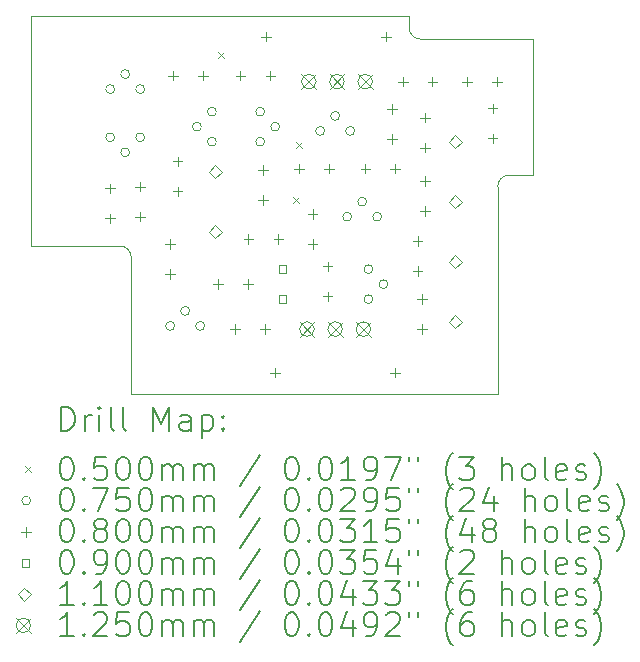
<source format=gbr>
%FSLAX45Y45*%
G04 Gerber Fmt 4.5, Leading zero omitted, Abs format (unit mm)*
G04 Created by KiCad (PCBNEW 6.0.2+dfsg-1) date 2023-01-26 19:34:11*
%MOMM*%
%LPD*%
G01*
G04 APERTURE LIST*
%TA.AperFunction,Profile*%
%ADD10C,0.050000*%
%TD*%
%ADD11C,0.200000*%
%ADD12C,0.050000*%
%ADD13C,0.075000*%
%ADD14C,0.080000*%
%ADD15C,0.090000*%
%ADD16C,0.110000*%
%ADD17C,0.124968*%
G04 APERTURE END LIST*
D10*
X14150000Y-11150000D02*
X17250000Y-11150000D01*
X14150000Y-10000000D02*
G75*
G03*
X14050000Y-9900000I-100000J0D01*
G01*
X17350000Y-9300000D02*
G75*
G03*
X17250000Y-9400000I0J-100000D01*
G01*
X14150000Y-10000000D02*
X14150000Y-11150000D01*
X13300000Y-9900000D02*
X13300000Y-7950200D01*
X17550000Y-9300000D02*
X17350000Y-9300000D01*
X17250000Y-11150000D02*
X17250000Y-9400000D01*
X16500000Y-8050000D02*
G75*
G03*
X16600000Y-8150000I100000J0D01*
G01*
X16500000Y-8050000D02*
X16500000Y-7950200D01*
X17550000Y-8150000D02*
X16600000Y-8150000D01*
X14050000Y-9900000D02*
X13300000Y-9900000D01*
X17550000Y-9300000D02*
X17550000Y-8150000D01*
X16500000Y-7950200D02*
X13300000Y-7950200D01*
D11*
D12*
X14884800Y-8255400D02*
X14934800Y-8305400D01*
X14934800Y-8255400D02*
X14884800Y-8305400D01*
X15519800Y-9484432D02*
X15569800Y-9534432D01*
X15569800Y-9484432D02*
X15519800Y-9534432D01*
X15545200Y-9017400D02*
X15595200Y-9067400D01*
X15595200Y-9017400D02*
X15545200Y-9067400D01*
D13*
X14007500Y-8572500D02*
G75*
G03*
X14007500Y-8572500I-37500J0D01*
G01*
X14007500Y-8981000D02*
G75*
G03*
X14007500Y-8981000I-37500J0D01*
G01*
X14134500Y-8445500D02*
G75*
G03*
X14134500Y-8445500I-37500J0D01*
G01*
X14134500Y-9108000D02*
G75*
G03*
X14134500Y-9108000I-37500J0D01*
G01*
X14261500Y-8572500D02*
G75*
G03*
X14261500Y-8572500I-37500J0D01*
G01*
X14261500Y-8981000D02*
G75*
G03*
X14261500Y-8981000I-37500J0D01*
G01*
X14515500Y-10577000D02*
G75*
G03*
X14515500Y-10577000I-37500J0D01*
G01*
X14642500Y-10450000D02*
G75*
G03*
X14642500Y-10450000I-37500J0D01*
G01*
X14742000Y-8890000D02*
G75*
G03*
X14742000Y-8890000I-37500J0D01*
G01*
X14769500Y-10577000D02*
G75*
G03*
X14769500Y-10577000I-37500J0D01*
G01*
X14869000Y-8763000D02*
G75*
G03*
X14869000Y-8763000I-37500J0D01*
G01*
X14869000Y-9017000D02*
G75*
G03*
X14869000Y-9017000I-37500J0D01*
G01*
X15277500Y-8763000D02*
G75*
G03*
X15277500Y-8763000I-37500J0D01*
G01*
X15277500Y-9017000D02*
G75*
G03*
X15277500Y-9017000I-37500J0D01*
G01*
X15404500Y-8890000D02*
G75*
G03*
X15404500Y-8890000I-37500J0D01*
G01*
X15785500Y-8926000D02*
G75*
G03*
X15785500Y-8926000I-37500J0D01*
G01*
X15912500Y-8799000D02*
G75*
G03*
X15912500Y-8799000I-37500J0D01*
G01*
X16014100Y-9652000D02*
G75*
G03*
X16014100Y-9652000I-37500J0D01*
G01*
X16039500Y-8926000D02*
G75*
G03*
X16039500Y-8926000I-37500J0D01*
G01*
X16141100Y-9525000D02*
G75*
G03*
X16141100Y-9525000I-37500J0D01*
G01*
X16194000Y-10096500D02*
G75*
G03*
X16194000Y-10096500I-37500J0D01*
G01*
X16194000Y-10350500D02*
G75*
G03*
X16194000Y-10350500I-37500J0D01*
G01*
X16268100Y-9652000D02*
G75*
G03*
X16268100Y-9652000I-37500J0D01*
G01*
X16321000Y-10223500D02*
G75*
G03*
X16321000Y-10223500I-37500J0D01*
G01*
D14*
X13970000Y-9373569D02*
X13970000Y-9453569D01*
X13930000Y-9413569D02*
X14010000Y-9413569D01*
X13970000Y-9627569D02*
X13970000Y-9707569D01*
X13930000Y-9667569D02*
X14010000Y-9667569D01*
X14224000Y-9358000D02*
X14224000Y-9438000D01*
X14184000Y-9398000D02*
X14264000Y-9398000D01*
X14224000Y-9612000D02*
X14224000Y-9692000D01*
X14184000Y-9652000D02*
X14264000Y-9652000D01*
X14478000Y-9843500D02*
X14478000Y-9923500D01*
X14438000Y-9883500D02*
X14518000Y-9883500D01*
X14478000Y-10097500D02*
X14478000Y-10177500D01*
X14438000Y-10137500D02*
X14518000Y-10137500D01*
X14500500Y-8418200D02*
X14500500Y-8498200D01*
X14460500Y-8458200D02*
X14540500Y-8458200D01*
X14541500Y-9145000D02*
X14541500Y-9225000D01*
X14501500Y-9185000D02*
X14581500Y-9185000D01*
X14541500Y-9399000D02*
X14541500Y-9479000D01*
X14501500Y-9439000D02*
X14581500Y-9439000D01*
X14754500Y-8418200D02*
X14754500Y-8498200D01*
X14714500Y-8458200D02*
X14794500Y-8458200D01*
X14881500Y-10183500D02*
X14881500Y-10263500D01*
X14841500Y-10223500D02*
X14921500Y-10223500D01*
X15027000Y-10564500D02*
X15027000Y-10644500D01*
X14987000Y-10604500D02*
X15067000Y-10604500D01*
X15072031Y-8418200D02*
X15072031Y-8498200D01*
X15032031Y-8458200D02*
X15112031Y-8458200D01*
X15135500Y-10183500D02*
X15135500Y-10263500D01*
X15095500Y-10223500D02*
X15175500Y-10223500D01*
X15140500Y-9802500D02*
X15140500Y-9882500D01*
X15100500Y-9842500D02*
X15180500Y-9842500D01*
X15265400Y-9215432D02*
X15265400Y-9295432D01*
X15225400Y-9255432D02*
X15305400Y-9255432D01*
X15265400Y-9469432D02*
X15265400Y-9549432D01*
X15225400Y-9509432D02*
X15305400Y-9509432D01*
X15281000Y-10564500D02*
X15281000Y-10644500D01*
X15241000Y-10604500D02*
X15321000Y-10604500D01*
X15290800Y-8088000D02*
X15290800Y-8168000D01*
X15250800Y-8128000D02*
X15330800Y-8128000D01*
X15326031Y-8418200D02*
X15326031Y-8498200D01*
X15286031Y-8458200D02*
X15366031Y-8458200D01*
X15367000Y-10932800D02*
X15367000Y-11012800D01*
X15327000Y-10972800D02*
X15407000Y-10972800D01*
X15394500Y-9802500D02*
X15394500Y-9882500D01*
X15354500Y-9842500D02*
X15434500Y-9842500D01*
X15570200Y-9205600D02*
X15570200Y-9285600D01*
X15530200Y-9245600D02*
X15610200Y-9245600D01*
X15684500Y-9589500D02*
X15684500Y-9669500D01*
X15644500Y-9629500D02*
X15724500Y-9629500D01*
X15684500Y-9843500D02*
X15684500Y-9923500D01*
X15644500Y-9883500D02*
X15724500Y-9883500D01*
X15811500Y-10034000D02*
X15811500Y-10114000D01*
X15771500Y-10074000D02*
X15851500Y-10074000D01*
X15811500Y-10288000D02*
X15811500Y-10368000D01*
X15771500Y-10328000D02*
X15851500Y-10328000D01*
X15824200Y-9205600D02*
X15824200Y-9285600D01*
X15784200Y-9245600D02*
X15864200Y-9245600D01*
X16131000Y-9205600D02*
X16131000Y-9285600D01*
X16091000Y-9245600D02*
X16171000Y-9245600D01*
X16306800Y-8088000D02*
X16306800Y-8168000D01*
X16266800Y-8128000D02*
X16346800Y-8128000D01*
X16357600Y-8700500D02*
X16357600Y-8780500D01*
X16317600Y-8740500D02*
X16397600Y-8740500D01*
X16357600Y-8954500D02*
X16357600Y-9034500D01*
X16317600Y-8994500D02*
X16397600Y-8994500D01*
X16381000Y-9205600D02*
X16381000Y-9285600D01*
X16341000Y-9245600D02*
X16421000Y-9245600D01*
X16383000Y-10932800D02*
X16383000Y-11012800D01*
X16343000Y-10972800D02*
X16423000Y-10972800D01*
X16448500Y-8469000D02*
X16448500Y-8549000D01*
X16408500Y-8509000D02*
X16488500Y-8509000D01*
X16573500Y-9818100D02*
X16573500Y-9898100D01*
X16533500Y-9858100D02*
X16613500Y-9858100D01*
X16573500Y-10072100D02*
X16573500Y-10152100D01*
X16533500Y-10112100D02*
X16613500Y-10112100D01*
X16611600Y-10310500D02*
X16611600Y-10390500D01*
X16571600Y-10350500D02*
X16651600Y-10350500D01*
X16611600Y-10564500D02*
X16611600Y-10644500D01*
X16571600Y-10604500D02*
X16651600Y-10604500D01*
X16637000Y-8773800D02*
X16637000Y-8853800D01*
X16597000Y-8813800D02*
X16677000Y-8813800D01*
X16637000Y-9027800D02*
X16637000Y-9107800D01*
X16597000Y-9067800D02*
X16677000Y-9067800D01*
X16637000Y-9310069D02*
X16637000Y-9390069D01*
X16597000Y-9350069D02*
X16677000Y-9350069D01*
X16637000Y-9564069D02*
X16637000Y-9644069D01*
X16597000Y-9604069D02*
X16677000Y-9604069D01*
X16698500Y-8469000D02*
X16698500Y-8549000D01*
X16658500Y-8509000D02*
X16738500Y-8509000D01*
X16989700Y-8469000D02*
X16989700Y-8549000D01*
X16949700Y-8509000D02*
X17029700Y-8509000D01*
X17208500Y-8694700D02*
X17208500Y-8774700D01*
X17168500Y-8734700D02*
X17248500Y-8734700D01*
X17208500Y-8948700D02*
X17208500Y-9028700D01*
X17168500Y-8988700D02*
X17248500Y-8988700D01*
X17243700Y-8469000D02*
X17243700Y-8549000D01*
X17203700Y-8509000D02*
X17283700Y-8509000D01*
D15*
X15462320Y-10128320D02*
X15462320Y-10064680D01*
X15398680Y-10064680D01*
X15398680Y-10128320D01*
X15462320Y-10128320D01*
X15462320Y-10382320D02*
X15462320Y-10318680D01*
X15398680Y-10318680D01*
X15398680Y-10382320D01*
X15462320Y-10382320D01*
D16*
X14859000Y-9326000D02*
X14914000Y-9271000D01*
X14859000Y-9216000D01*
X14804000Y-9271000D01*
X14859000Y-9326000D01*
X14859000Y-9834000D02*
X14914000Y-9779000D01*
X14859000Y-9724000D01*
X14804000Y-9779000D01*
X14859000Y-9834000D01*
X16891000Y-9072000D02*
X16946000Y-9017000D01*
X16891000Y-8962000D01*
X16836000Y-9017000D01*
X16891000Y-9072000D01*
X16891000Y-9580000D02*
X16946000Y-9525000D01*
X16891000Y-9470000D01*
X16836000Y-9525000D01*
X16891000Y-9580000D01*
X16891000Y-10088000D02*
X16946000Y-10033000D01*
X16891000Y-9978000D01*
X16836000Y-10033000D01*
X16891000Y-10088000D01*
X16891000Y-10596000D02*
X16946000Y-10541000D01*
X16891000Y-10486000D01*
X16836000Y-10541000D01*
X16891000Y-10596000D01*
D17*
X15573756Y-10542016D02*
X15698724Y-10666984D01*
X15698724Y-10542016D02*
X15573756Y-10666984D01*
X15698724Y-10604500D02*
G75*
G03*
X15698724Y-10604500I-62484J0D01*
G01*
X15588996Y-8446516D02*
X15713964Y-8571484D01*
X15713964Y-8446516D02*
X15588996Y-8571484D01*
X15713964Y-8509000D02*
G75*
G03*
X15713964Y-8509000I-62484J0D01*
G01*
X15812516Y-10542016D02*
X15937484Y-10666984D01*
X15937484Y-10542016D02*
X15812516Y-10666984D01*
X15937484Y-10604500D02*
G75*
G03*
X15937484Y-10604500I-62484J0D01*
G01*
X15827756Y-8446516D02*
X15952724Y-8571484D01*
X15952724Y-8446516D02*
X15827756Y-8571484D01*
X15952724Y-8509000D02*
G75*
G03*
X15952724Y-8509000I-62484J0D01*
G01*
X16051276Y-10542016D02*
X16176244Y-10666984D01*
X16176244Y-10542016D02*
X16051276Y-10666984D01*
X16176244Y-10604500D02*
G75*
G03*
X16176244Y-10604500I-62484J0D01*
G01*
X16066516Y-8446516D02*
X16191484Y-8571484D01*
X16191484Y-8446516D02*
X16066516Y-8571484D01*
X16191484Y-8509000D02*
G75*
G03*
X16191484Y-8509000I-62484J0D01*
G01*
D11*
X13555119Y-11462976D02*
X13555119Y-11262976D01*
X13602738Y-11262976D01*
X13631309Y-11272500D01*
X13650357Y-11291548D01*
X13659881Y-11310595D01*
X13669405Y-11348690D01*
X13669405Y-11377262D01*
X13659881Y-11415357D01*
X13650357Y-11434405D01*
X13631309Y-11453452D01*
X13602738Y-11462976D01*
X13555119Y-11462976D01*
X13755119Y-11462976D02*
X13755119Y-11329643D01*
X13755119Y-11367738D02*
X13764643Y-11348690D01*
X13774167Y-11339167D01*
X13793214Y-11329643D01*
X13812262Y-11329643D01*
X13878928Y-11462976D02*
X13878928Y-11329643D01*
X13878928Y-11262976D02*
X13869405Y-11272500D01*
X13878928Y-11282024D01*
X13888452Y-11272500D01*
X13878928Y-11262976D01*
X13878928Y-11282024D01*
X14002738Y-11462976D02*
X13983690Y-11453452D01*
X13974167Y-11434405D01*
X13974167Y-11262976D01*
X14107500Y-11462976D02*
X14088452Y-11453452D01*
X14078928Y-11434405D01*
X14078928Y-11262976D01*
X14336071Y-11462976D02*
X14336071Y-11262976D01*
X14402738Y-11405833D01*
X14469405Y-11262976D01*
X14469405Y-11462976D01*
X14650357Y-11462976D02*
X14650357Y-11358214D01*
X14640833Y-11339167D01*
X14621786Y-11329643D01*
X14583690Y-11329643D01*
X14564643Y-11339167D01*
X14650357Y-11453452D02*
X14631309Y-11462976D01*
X14583690Y-11462976D01*
X14564643Y-11453452D01*
X14555119Y-11434405D01*
X14555119Y-11415357D01*
X14564643Y-11396309D01*
X14583690Y-11386786D01*
X14631309Y-11386786D01*
X14650357Y-11377262D01*
X14745595Y-11329643D02*
X14745595Y-11529643D01*
X14745595Y-11339167D02*
X14764643Y-11329643D01*
X14802738Y-11329643D01*
X14821786Y-11339167D01*
X14831309Y-11348690D01*
X14840833Y-11367738D01*
X14840833Y-11424881D01*
X14831309Y-11443928D01*
X14821786Y-11453452D01*
X14802738Y-11462976D01*
X14764643Y-11462976D01*
X14745595Y-11453452D01*
X14926548Y-11443928D02*
X14936071Y-11453452D01*
X14926548Y-11462976D01*
X14917024Y-11453452D01*
X14926548Y-11443928D01*
X14926548Y-11462976D01*
X14926548Y-11339167D02*
X14936071Y-11348690D01*
X14926548Y-11358214D01*
X14917024Y-11348690D01*
X14926548Y-11339167D01*
X14926548Y-11358214D01*
D12*
X13247500Y-11767500D02*
X13297500Y-11817500D01*
X13297500Y-11767500D02*
X13247500Y-11817500D01*
D11*
X13593214Y-11682976D02*
X13612262Y-11682976D01*
X13631309Y-11692500D01*
X13640833Y-11702024D01*
X13650357Y-11721071D01*
X13659881Y-11759167D01*
X13659881Y-11806786D01*
X13650357Y-11844881D01*
X13640833Y-11863928D01*
X13631309Y-11873452D01*
X13612262Y-11882976D01*
X13593214Y-11882976D01*
X13574167Y-11873452D01*
X13564643Y-11863928D01*
X13555119Y-11844881D01*
X13545595Y-11806786D01*
X13545595Y-11759167D01*
X13555119Y-11721071D01*
X13564643Y-11702024D01*
X13574167Y-11692500D01*
X13593214Y-11682976D01*
X13745595Y-11863928D02*
X13755119Y-11873452D01*
X13745595Y-11882976D01*
X13736071Y-11873452D01*
X13745595Y-11863928D01*
X13745595Y-11882976D01*
X13936071Y-11682976D02*
X13840833Y-11682976D01*
X13831309Y-11778214D01*
X13840833Y-11768690D01*
X13859881Y-11759167D01*
X13907500Y-11759167D01*
X13926548Y-11768690D01*
X13936071Y-11778214D01*
X13945595Y-11797262D01*
X13945595Y-11844881D01*
X13936071Y-11863928D01*
X13926548Y-11873452D01*
X13907500Y-11882976D01*
X13859881Y-11882976D01*
X13840833Y-11873452D01*
X13831309Y-11863928D01*
X14069405Y-11682976D02*
X14088452Y-11682976D01*
X14107500Y-11692500D01*
X14117024Y-11702024D01*
X14126548Y-11721071D01*
X14136071Y-11759167D01*
X14136071Y-11806786D01*
X14126548Y-11844881D01*
X14117024Y-11863928D01*
X14107500Y-11873452D01*
X14088452Y-11882976D01*
X14069405Y-11882976D01*
X14050357Y-11873452D01*
X14040833Y-11863928D01*
X14031309Y-11844881D01*
X14021786Y-11806786D01*
X14021786Y-11759167D01*
X14031309Y-11721071D01*
X14040833Y-11702024D01*
X14050357Y-11692500D01*
X14069405Y-11682976D01*
X14259881Y-11682976D02*
X14278928Y-11682976D01*
X14297976Y-11692500D01*
X14307500Y-11702024D01*
X14317024Y-11721071D01*
X14326548Y-11759167D01*
X14326548Y-11806786D01*
X14317024Y-11844881D01*
X14307500Y-11863928D01*
X14297976Y-11873452D01*
X14278928Y-11882976D01*
X14259881Y-11882976D01*
X14240833Y-11873452D01*
X14231309Y-11863928D01*
X14221786Y-11844881D01*
X14212262Y-11806786D01*
X14212262Y-11759167D01*
X14221786Y-11721071D01*
X14231309Y-11702024D01*
X14240833Y-11692500D01*
X14259881Y-11682976D01*
X14412262Y-11882976D02*
X14412262Y-11749643D01*
X14412262Y-11768690D02*
X14421786Y-11759167D01*
X14440833Y-11749643D01*
X14469405Y-11749643D01*
X14488452Y-11759167D01*
X14497976Y-11778214D01*
X14497976Y-11882976D01*
X14497976Y-11778214D02*
X14507500Y-11759167D01*
X14526548Y-11749643D01*
X14555119Y-11749643D01*
X14574167Y-11759167D01*
X14583690Y-11778214D01*
X14583690Y-11882976D01*
X14678928Y-11882976D02*
X14678928Y-11749643D01*
X14678928Y-11768690D02*
X14688452Y-11759167D01*
X14707500Y-11749643D01*
X14736071Y-11749643D01*
X14755119Y-11759167D01*
X14764643Y-11778214D01*
X14764643Y-11882976D01*
X14764643Y-11778214D02*
X14774167Y-11759167D01*
X14793214Y-11749643D01*
X14821786Y-11749643D01*
X14840833Y-11759167D01*
X14850357Y-11778214D01*
X14850357Y-11882976D01*
X15240833Y-11673452D02*
X15069405Y-11930595D01*
X15497976Y-11682976D02*
X15517024Y-11682976D01*
X15536071Y-11692500D01*
X15545595Y-11702024D01*
X15555119Y-11721071D01*
X15564643Y-11759167D01*
X15564643Y-11806786D01*
X15555119Y-11844881D01*
X15545595Y-11863928D01*
X15536071Y-11873452D01*
X15517024Y-11882976D01*
X15497976Y-11882976D01*
X15478928Y-11873452D01*
X15469405Y-11863928D01*
X15459881Y-11844881D01*
X15450357Y-11806786D01*
X15450357Y-11759167D01*
X15459881Y-11721071D01*
X15469405Y-11702024D01*
X15478928Y-11692500D01*
X15497976Y-11682976D01*
X15650357Y-11863928D02*
X15659881Y-11873452D01*
X15650357Y-11882976D01*
X15640833Y-11873452D01*
X15650357Y-11863928D01*
X15650357Y-11882976D01*
X15783690Y-11682976D02*
X15802738Y-11682976D01*
X15821786Y-11692500D01*
X15831309Y-11702024D01*
X15840833Y-11721071D01*
X15850357Y-11759167D01*
X15850357Y-11806786D01*
X15840833Y-11844881D01*
X15831309Y-11863928D01*
X15821786Y-11873452D01*
X15802738Y-11882976D01*
X15783690Y-11882976D01*
X15764643Y-11873452D01*
X15755119Y-11863928D01*
X15745595Y-11844881D01*
X15736071Y-11806786D01*
X15736071Y-11759167D01*
X15745595Y-11721071D01*
X15755119Y-11702024D01*
X15764643Y-11692500D01*
X15783690Y-11682976D01*
X16040833Y-11882976D02*
X15926548Y-11882976D01*
X15983690Y-11882976D02*
X15983690Y-11682976D01*
X15964643Y-11711548D01*
X15945595Y-11730595D01*
X15926548Y-11740119D01*
X16136071Y-11882976D02*
X16174167Y-11882976D01*
X16193214Y-11873452D01*
X16202738Y-11863928D01*
X16221786Y-11835357D01*
X16231309Y-11797262D01*
X16231309Y-11721071D01*
X16221786Y-11702024D01*
X16212262Y-11692500D01*
X16193214Y-11682976D01*
X16155119Y-11682976D01*
X16136071Y-11692500D01*
X16126548Y-11702024D01*
X16117024Y-11721071D01*
X16117024Y-11768690D01*
X16126548Y-11787738D01*
X16136071Y-11797262D01*
X16155119Y-11806786D01*
X16193214Y-11806786D01*
X16212262Y-11797262D01*
X16221786Y-11787738D01*
X16231309Y-11768690D01*
X16297976Y-11682976D02*
X16431309Y-11682976D01*
X16345595Y-11882976D01*
X16497976Y-11682976D02*
X16497976Y-11721071D01*
X16574167Y-11682976D02*
X16574167Y-11721071D01*
X16869405Y-11959167D02*
X16859881Y-11949643D01*
X16840833Y-11921071D01*
X16831310Y-11902024D01*
X16821786Y-11873452D01*
X16812262Y-11825833D01*
X16812262Y-11787738D01*
X16821786Y-11740119D01*
X16831310Y-11711548D01*
X16840833Y-11692500D01*
X16859881Y-11663928D01*
X16869405Y-11654405D01*
X16926548Y-11682976D02*
X17050357Y-11682976D01*
X16983690Y-11759167D01*
X17012262Y-11759167D01*
X17031310Y-11768690D01*
X17040833Y-11778214D01*
X17050357Y-11797262D01*
X17050357Y-11844881D01*
X17040833Y-11863928D01*
X17031310Y-11873452D01*
X17012262Y-11882976D01*
X16955119Y-11882976D01*
X16936071Y-11873452D01*
X16926548Y-11863928D01*
X17288452Y-11882976D02*
X17288452Y-11682976D01*
X17374167Y-11882976D02*
X17374167Y-11778214D01*
X17364643Y-11759167D01*
X17345595Y-11749643D01*
X17317024Y-11749643D01*
X17297976Y-11759167D01*
X17288452Y-11768690D01*
X17497976Y-11882976D02*
X17478929Y-11873452D01*
X17469405Y-11863928D01*
X17459881Y-11844881D01*
X17459881Y-11787738D01*
X17469405Y-11768690D01*
X17478929Y-11759167D01*
X17497976Y-11749643D01*
X17526548Y-11749643D01*
X17545595Y-11759167D01*
X17555119Y-11768690D01*
X17564643Y-11787738D01*
X17564643Y-11844881D01*
X17555119Y-11863928D01*
X17545595Y-11873452D01*
X17526548Y-11882976D01*
X17497976Y-11882976D01*
X17678929Y-11882976D02*
X17659881Y-11873452D01*
X17650357Y-11854405D01*
X17650357Y-11682976D01*
X17831310Y-11873452D02*
X17812262Y-11882976D01*
X17774167Y-11882976D01*
X17755119Y-11873452D01*
X17745595Y-11854405D01*
X17745595Y-11778214D01*
X17755119Y-11759167D01*
X17774167Y-11749643D01*
X17812262Y-11749643D01*
X17831310Y-11759167D01*
X17840833Y-11778214D01*
X17840833Y-11797262D01*
X17745595Y-11816309D01*
X17917024Y-11873452D02*
X17936071Y-11882976D01*
X17974167Y-11882976D01*
X17993214Y-11873452D01*
X18002738Y-11854405D01*
X18002738Y-11844881D01*
X17993214Y-11825833D01*
X17974167Y-11816309D01*
X17945595Y-11816309D01*
X17926548Y-11806786D01*
X17917024Y-11787738D01*
X17917024Y-11778214D01*
X17926548Y-11759167D01*
X17945595Y-11749643D01*
X17974167Y-11749643D01*
X17993214Y-11759167D01*
X18069405Y-11959167D02*
X18078929Y-11949643D01*
X18097976Y-11921071D01*
X18107500Y-11902024D01*
X18117024Y-11873452D01*
X18126548Y-11825833D01*
X18126548Y-11787738D01*
X18117024Y-11740119D01*
X18107500Y-11711548D01*
X18097976Y-11692500D01*
X18078929Y-11663928D01*
X18069405Y-11654405D01*
D13*
X13297500Y-12056500D02*
G75*
G03*
X13297500Y-12056500I-37500J0D01*
G01*
D11*
X13593214Y-11946976D02*
X13612262Y-11946976D01*
X13631309Y-11956500D01*
X13640833Y-11966024D01*
X13650357Y-11985071D01*
X13659881Y-12023167D01*
X13659881Y-12070786D01*
X13650357Y-12108881D01*
X13640833Y-12127928D01*
X13631309Y-12137452D01*
X13612262Y-12146976D01*
X13593214Y-12146976D01*
X13574167Y-12137452D01*
X13564643Y-12127928D01*
X13555119Y-12108881D01*
X13545595Y-12070786D01*
X13545595Y-12023167D01*
X13555119Y-11985071D01*
X13564643Y-11966024D01*
X13574167Y-11956500D01*
X13593214Y-11946976D01*
X13745595Y-12127928D02*
X13755119Y-12137452D01*
X13745595Y-12146976D01*
X13736071Y-12137452D01*
X13745595Y-12127928D01*
X13745595Y-12146976D01*
X13821786Y-11946976D02*
X13955119Y-11946976D01*
X13869405Y-12146976D01*
X14126548Y-11946976D02*
X14031309Y-11946976D01*
X14021786Y-12042214D01*
X14031309Y-12032690D01*
X14050357Y-12023167D01*
X14097976Y-12023167D01*
X14117024Y-12032690D01*
X14126548Y-12042214D01*
X14136071Y-12061262D01*
X14136071Y-12108881D01*
X14126548Y-12127928D01*
X14117024Y-12137452D01*
X14097976Y-12146976D01*
X14050357Y-12146976D01*
X14031309Y-12137452D01*
X14021786Y-12127928D01*
X14259881Y-11946976D02*
X14278928Y-11946976D01*
X14297976Y-11956500D01*
X14307500Y-11966024D01*
X14317024Y-11985071D01*
X14326548Y-12023167D01*
X14326548Y-12070786D01*
X14317024Y-12108881D01*
X14307500Y-12127928D01*
X14297976Y-12137452D01*
X14278928Y-12146976D01*
X14259881Y-12146976D01*
X14240833Y-12137452D01*
X14231309Y-12127928D01*
X14221786Y-12108881D01*
X14212262Y-12070786D01*
X14212262Y-12023167D01*
X14221786Y-11985071D01*
X14231309Y-11966024D01*
X14240833Y-11956500D01*
X14259881Y-11946976D01*
X14412262Y-12146976D02*
X14412262Y-12013643D01*
X14412262Y-12032690D02*
X14421786Y-12023167D01*
X14440833Y-12013643D01*
X14469405Y-12013643D01*
X14488452Y-12023167D01*
X14497976Y-12042214D01*
X14497976Y-12146976D01*
X14497976Y-12042214D02*
X14507500Y-12023167D01*
X14526548Y-12013643D01*
X14555119Y-12013643D01*
X14574167Y-12023167D01*
X14583690Y-12042214D01*
X14583690Y-12146976D01*
X14678928Y-12146976D02*
X14678928Y-12013643D01*
X14678928Y-12032690D02*
X14688452Y-12023167D01*
X14707500Y-12013643D01*
X14736071Y-12013643D01*
X14755119Y-12023167D01*
X14764643Y-12042214D01*
X14764643Y-12146976D01*
X14764643Y-12042214D02*
X14774167Y-12023167D01*
X14793214Y-12013643D01*
X14821786Y-12013643D01*
X14840833Y-12023167D01*
X14850357Y-12042214D01*
X14850357Y-12146976D01*
X15240833Y-11937452D02*
X15069405Y-12194595D01*
X15497976Y-11946976D02*
X15517024Y-11946976D01*
X15536071Y-11956500D01*
X15545595Y-11966024D01*
X15555119Y-11985071D01*
X15564643Y-12023167D01*
X15564643Y-12070786D01*
X15555119Y-12108881D01*
X15545595Y-12127928D01*
X15536071Y-12137452D01*
X15517024Y-12146976D01*
X15497976Y-12146976D01*
X15478928Y-12137452D01*
X15469405Y-12127928D01*
X15459881Y-12108881D01*
X15450357Y-12070786D01*
X15450357Y-12023167D01*
X15459881Y-11985071D01*
X15469405Y-11966024D01*
X15478928Y-11956500D01*
X15497976Y-11946976D01*
X15650357Y-12127928D02*
X15659881Y-12137452D01*
X15650357Y-12146976D01*
X15640833Y-12137452D01*
X15650357Y-12127928D01*
X15650357Y-12146976D01*
X15783690Y-11946976D02*
X15802738Y-11946976D01*
X15821786Y-11956500D01*
X15831309Y-11966024D01*
X15840833Y-11985071D01*
X15850357Y-12023167D01*
X15850357Y-12070786D01*
X15840833Y-12108881D01*
X15831309Y-12127928D01*
X15821786Y-12137452D01*
X15802738Y-12146976D01*
X15783690Y-12146976D01*
X15764643Y-12137452D01*
X15755119Y-12127928D01*
X15745595Y-12108881D01*
X15736071Y-12070786D01*
X15736071Y-12023167D01*
X15745595Y-11985071D01*
X15755119Y-11966024D01*
X15764643Y-11956500D01*
X15783690Y-11946976D01*
X15926548Y-11966024D02*
X15936071Y-11956500D01*
X15955119Y-11946976D01*
X16002738Y-11946976D01*
X16021786Y-11956500D01*
X16031309Y-11966024D01*
X16040833Y-11985071D01*
X16040833Y-12004119D01*
X16031309Y-12032690D01*
X15917024Y-12146976D01*
X16040833Y-12146976D01*
X16136071Y-12146976D02*
X16174167Y-12146976D01*
X16193214Y-12137452D01*
X16202738Y-12127928D01*
X16221786Y-12099357D01*
X16231309Y-12061262D01*
X16231309Y-11985071D01*
X16221786Y-11966024D01*
X16212262Y-11956500D01*
X16193214Y-11946976D01*
X16155119Y-11946976D01*
X16136071Y-11956500D01*
X16126548Y-11966024D01*
X16117024Y-11985071D01*
X16117024Y-12032690D01*
X16126548Y-12051738D01*
X16136071Y-12061262D01*
X16155119Y-12070786D01*
X16193214Y-12070786D01*
X16212262Y-12061262D01*
X16221786Y-12051738D01*
X16231309Y-12032690D01*
X16412262Y-11946976D02*
X16317024Y-11946976D01*
X16307500Y-12042214D01*
X16317024Y-12032690D01*
X16336071Y-12023167D01*
X16383690Y-12023167D01*
X16402738Y-12032690D01*
X16412262Y-12042214D01*
X16421786Y-12061262D01*
X16421786Y-12108881D01*
X16412262Y-12127928D01*
X16402738Y-12137452D01*
X16383690Y-12146976D01*
X16336071Y-12146976D01*
X16317024Y-12137452D01*
X16307500Y-12127928D01*
X16497976Y-11946976D02*
X16497976Y-11985071D01*
X16574167Y-11946976D02*
X16574167Y-11985071D01*
X16869405Y-12223167D02*
X16859881Y-12213643D01*
X16840833Y-12185071D01*
X16831310Y-12166024D01*
X16821786Y-12137452D01*
X16812262Y-12089833D01*
X16812262Y-12051738D01*
X16821786Y-12004119D01*
X16831310Y-11975548D01*
X16840833Y-11956500D01*
X16859881Y-11927928D01*
X16869405Y-11918405D01*
X16936071Y-11966024D02*
X16945595Y-11956500D01*
X16964643Y-11946976D01*
X17012262Y-11946976D01*
X17031310Y-11956500D01*
X17040833Y-11966024D01*
X17050357Y-11985071D01*
X17050357Y-12004119D01*
X17040833Y-12032690D01*
X16926548Y-12146976D01*
X17050357Y-12146976D01*
X17221786Y-12013643D02*
X17221786Y-12146976D01*
X17174167Y-11937452D02*
X17126548Y-12080309D01*
X17250357Y-12080309D01*
X17478929Y-12146976D02*
X17478929Y-11946976D01*
X17564643Y-12146976D02*
X17564643Y-12042214D01*
X17555119Y-12023167D01*
X17536071Y-12013643D01*
X17507500Y-12013643D01*
X17488452Y-12023167D01*
X17478929Y-12032690D01*
X17688452Y-12146976D02*
X17669405Y-12137452D01*
X17659881Y-12127928D01*
X17650357Y-12108881D01*
X17650357Y-12051738D01*
X17659881Y-12032690D01*
X17669405Y-12023167D01*
X17688452Y-12013643D01*
X17717024Y-12013643D01*
X17736071Y-12023167D01*
X17745595Y-12032690D01*
X17755119Y-12051738D01*
X17755119Y-12108881D01*
X17745595Y-12127928D01*
X17736071Y-12137452D01*
X17717024Y-12146976D01*
X17688452Y-12146976D01*
X17869405Y-12146976D02*
X17850357Y-12137452D01*
X17840833Y-12118405D01*
X17840833Y-11946976D01*
X18021786Y-12137452D02*
X18002738Y-12146976D01*
X17964643Y-12146976D01*
X17945595Y-12137452D01*
X17936071Y-12118405D01*
X17936071Y-12042214D01*
X17945595Y-12023167D01*
X17964643Y-12013643D01*
X18002738Y-12013643D01*
X18021786Y-12023167D01*
X18031310Y-12042214D01*
X18031310Y-12061262D01*
X17936071Y-12080309D01*
X18107500Y-12137452D02*
X18126548Y-12146976D01*
X18164643Y-12146976D01*
X18183690Y-12137452D01*
X18193214Y-12118405D01*
X18193214Y-12108881D01*
X18183690Y-12089833D01*
X18164643Y-12080309D01*
X18136071Y-12080309D01*
X18117024Y-12070786D01*
X18107500Y-12051738D01*
X18107500Y-12042214D01*
X18117024Y-12023167D01*
X18136071Y-12013643D01*
X18164643Y-12013643D01*
X18183690Y-12023167D01*
X18259881Y-12223167D02*
X18269405Y-12213643D01*
X18288452Y-12185071D01*
X18297976Y-12166024D01*
X18307500Y-12137452D01*
X18317024Y-12089833D01*
X18317024Y-12051738D01*
X18307500Y-12004119D01*
X18297976Y-11975548D01*
X18288452Y-11956500D01*
X18269405Y-11927928D01*
X18259881Y-11918405D01*
D14*
X13257500Y-12280500D02*
X13257500Y-12360500D01*
X13217500Y-12320500D02*
X13297500Y-12320500D01*
D11*
X13593214Y-12210976D02*
X13612262Y-12210976D01*
X13631309Y-12220500D01*
X13640833Y-12230024D01*
X13650357Y-12249071D01*
X13659881Y-12287167D01*
X13659881Y-12334786D01*
X13650357Y-12372881D01*
X13640833Y-12391928D01*
X13631309Y-12401452D01*
X13612262Y-12410976D01*
X13593214Y-12410976D01*
X13574167Y-12401452D01*
X13564643Y-12391928D01*
X13555119Y-12372881D01*
X13545595Y-12334786D01*
X13545595Y-12287167D01*
X13555119Y-12249071D01*
X13564643Y-12230024D01*
X13574167Y-12220500D01*
X13593214Y-12210976D01*
X13745595Y-12391928D02*
X13755119Y-12401452D01*
X13745595Y-12410976D01*
X13736071Y-12401452D01*
X13745595Y-12391928D01*
X13745595Y-12410976D01*
X13869405Y-12296690D02*
X13850357Y-12287167D01*
X13840833Y-12277643D01*
X13831309Y-12258595D01*
X13831309Y-12249071D01*
X13840833Y-12230024D01*
X13850357Y-12220500D01*
X13869405Y-12210976D01*
X13907500Y-12210976D01*
X13926548Y-12220500D01*
X13936071Y-12230024D01*
X13945595Y-12249071D01*
X13945595Y-12258595D01*
X13936071Y-12277643D01*
X13926548Y-12287167D01*
X13907500Y-12296690D01*
X13869405Y-12296690D01*
X13850357Y-12306214D01*
X13840833Y-12315738D01*
X13831309Y-12334786D01*
X13831309Y-12372881D01*
X13840833Y-12391928D01*
X13850357Y-12401452D01*
X13869405Y-12410976D01*
X13907500Y-12410976D01*
X13926548Y-12401452D01*
X13936071Y-12391928D01*
X13945595Y-12372881D01*
X13945595Y-12334786D01*
X13936071Y-12315738D01*
X13926548Y-12306214D01*
X13907500Y-12296690D01*
X14069405Y-12210976D02*
X14088452Y-12210976D01*
X14107500Y-12220500D01*
X14117024Y-12230024D01*
X14126548Y-12249071D01*
X14136071Y-12287167D01*
X14136071Y-12334786D01*
X14126548Y-12372881D01*
X14117024Y-12391928D01*
X14107500Y-12401452D01*
X14088452Y-12410976D01*
X14069405Y-12410976D01*
X14050357Y-12401452D01*
X14040833Y-12391928D01*
X14031309Y-12372881D01*
X14021786Y-12334786D01*
X14021786Y-12287167D01*
X14031309Y-12249071D01*
X14040833Y-12230024D01*
X14050357Y-12220500D01*
X14069405Y-12210976D01*
X14259881Y-12210976D02*
X14278928Y-12210976D01*
X14297976Y-12220500D01*
X14307500Y-12230024D01*
X14317024Y-12249071D01*
X14326548Y-12287167D01*
X14326548Y-12334786D01*
X14317024Y-12372881D01*
X14307500Y-12391928D01*
X14297976Y-12401452D01*
X14278928Y-12410976D01*
X14259881Y-12410976D01*
X14240833Y-12401452D01*
X14231309Y-12391928D01*
X14221786Y-12372881D01*
X14212262Y-12334786D01*
X14212262Y-12287167D01*
X14221786Y-12249071D01*
X14231309Y-12230024D01*
X14240833Y-12220500D01*
X14259881Y-12210976D01*
X14412262Y-12410976D02*
X14412262Y-12277643D01*
X14412262Y-12296690D02*
X14421786Y-12287167D01*
X14440833Y-12277643D01*
X14469405Y-12277643D01*
X14488452Y-12287167D01*
X14497976Y-12306214D01*
X14497976Y-12410976D01*
X14497976Y-12306214D02*
X14507500Y-12287167D01*
X14526548Y-12277643D01*
X14555119Y-12277643D01*
X14574167Y-12287167D01*
X14583690Y-12306214D01*
X14583690Y-12410976D01*
X14678928Y-12410976D02*
X14678928Y-12277643D01*
X14678928Y-12296690D02*
X14688452Y-12287167D01*
X14707500Y-12277643D01*
X14736071Y-12277643D01*
X14755119Y-12287167D01*
X14764643Y-12306214D01*
X14764643Y-12410976D01*
X14764643Y-12306214D02*
X14774167Y-12287167D01*
X14793214Y-12277643D01*
X14821786Y-12277643D01*
X14840833Y-12287167D01*
X14850357Y-12306214D01*
X14850357Y-12410976D01*
X15240833Y-12201452D02*
X15069405Y-12458595D01*
X15497976Y-12210976D02*
X15517024Y-12210976D01*
X15536071Y-12220500D01*
X15545595Y-12230024D01*
X15555119Y-12249071D01*
X15564643Y-12287167D01*
X15564643Y-12334786D01*
X15555119Y-12372881D01*
X15545595Y-12391928D01*
X15536071Y-12401452D01*
X15517024Y-12410976D01*
X15497976Y-12410976D01*
X15478928Y-12401452D01*
X15469405Y-12391928D01*
X15459881Y-12372881D01*
X15450357Y-12334786D01*
X15450357Y-12287167D01*
X15459881Y-12249071D01*
X15469405Y-12230024D01*
X15478928Y-12220500D01*
X15497976Y-12210976D01*
X15650357Y-12391928D02*
X15659881Y-12401452D01*
X15650357Y-12410976D01*
X15640833Y-12401452D01*
X15650357Y-12391928D01*
X15650357Y-12410976D01*
X15783690Y-12210976D02*
X15802738Y-12210976D01*
X15821786Y-12220500D01*
X15831309Y-12230024D01*
X15840833Y-12249071D01*
X15850357Y-12287167D01*
X15850357Y-12334786D01*
X15840833Y-12372881D01*
X15831309Y-12391928D01*
X15821786Y-12401452D01*
X15802738Y-12410976D01*
X15783690Y-12410976D01*
X15764643Y-12401452D01*
X15755119Y-12391928D01*
X15745595Y-12372881D01*
X15736071Y-12334786D01*
X15736071Y-12287167D01*
X15745595Y-12249071D01*
X15755119Y-12230024D01*
X15764643Y-12220500D01*
X15783690Y-12210976D01*
X15917024Y-12210976D02*
X16040833Y-12210976D01*
X15974167Y-12287167D01*
X16002738Y-12287167D01*
X16021786Y-12296690D01*
X16031309Y-12306214D01*
X16040833Y-12325262D01*
X16040833Y-12372881D01*
X16031309Y-12391928D01*
X16021786Y-12401452D01*
X16002738Y-12410976D01*
X15945595Y-12410976D01*
X15926548Y-12401452D01*
X15917024Y-12391928D01*
X16231309Y-12410976D02*
X16117024Y-12410976D01*
X16174167Y-12410976D02*
X16174167Y-12210976D01*
X16155119Y-12239548D01*
X16136071Y-12258595D01*
X16117024Y-12268119D01*
X16412262Y-12210976D02*
X16317024Y-12210976D01*
X16307500Y-12306214D01*
X16317024Y-12296690D01*
X16336071Y-12287167D01*
X16383690Y-12287167D01*
X16402738Y-12296690D01*
X16412262Y-12306214D01*
X16421786Y-12325262D01*
X16421786Y-12372881D01*
X16412262Y-12391928D01*
X16402738Y-12401452D01*
X16383690Y-12410976D01*
X16336071Y-12410976D01*
X16317024Y-12401452D01*
X16307500Y-12391928D01*
X16497976Y-12210976D02*
X16497976Y-12249071D01*
X16574167Y-12210976D02*
X16574167Y-12249071D01*
X16869405Y-12487167D02*
X16859881Y-12477643D01*
X16840833Y-12449071D01*
X16831310Y-12430024D01*
X16821786Y-12401452D01*
X16812262Y-12353833D01*
X16812262Y-12315738D01*
X16821786Y-12268119D01*
X16831310Y-12239548D01*
X16840833Y-12220500D01*
X16859881Y-12191928D01*
X16869405Y-12182405D01*
X17031310Y-12277643D02*
X17031310Y-12410976D01*
X16983690Y-12201452D02*
X16936071Y-12344309D01*
X17059881Y-12344309D01*
X17164643Y-12296690D02*
X17145595Y-12287167D01*
X17136071Y-12277643D01*
X17126548Y-12258595D01*
X17126548Y-12249071D01*
X17136071Y-12230024D01*
X17145595Y-12220500D01*
X17164643Y-12210976D01*
X17202738Y-12210976D01*
X17221786Y-12220500D01*
X17231310Y-12230024D01*
X17240833Y-12249071D01*
X17240833Y-12258595D01*
X17231310Y-12277643D01*
X17221786Y-12287167D01*
X17202738Y-12296690D01*
X17164643Y-12296690D01*
X17145595Y-12306214D01*
X17136071Y-12315738D01*
X17126548Y-12334786D01*
X17126548Y-12372881D01*
X17136071Y-12391928D01*
X17145595Y-12401452D01*
X17164643Y-12410976D01*
X17202738Y-12410976D01*
X17221786Y-12401452D01*
X17231310Y-12391928D01*
X17240833Y-12372881D01*
X17240833Y-12334786D01*
X17231310Y-12315738D01*
X17221786Y-12306214D01*
X17202738Y-12296690D01*
X17478929Y-12410976D02*
X17478929Y-12210976D01*
X17564643Y-12410976D02*
X17564643Y-12306214D01*
X17555119Y-12287167D01*
X17536071Y-12277643D01*
X17507500Y-12277643D01*
X17488452Y-12287167D01*
X17478929Y-12296690D01*
X17688452Y-12410976D02*
X17669405Y-12401452D01*
X17659881Y-12391928D01*
X17650357Y-12372881D01*
X17650357Y-12315738D01*
X17659881Y-12296690D01*
X17669405Y-12287167D01*
X17688452Y-12277643D01*
X17717024Y-12277643D01*
X17736071Y-12287167D01*
X17745595Y-12296690D01*
X17755119Y-12315738D01*
X17755119Y-12372881D01*
X17745595Y-12391928D01*
X17736071Y-12401452D01*
X17717024Y-12410976D01*
X17688452Y-12410976D01*
X17869405Y-12410976D02*
X17850357Y-12401452D01*
X17840833Y-12382405D01*
X17840833Y-12210976D01*
X18021786Y-12401452D02*
X18002738Y-12410976D01*
X17964643Y-12410976D01*
X17945595Y-12401452D01*
X17936071Y-12382405D01*
X17936071Y-12306214D01*
X17945595Y-12287167D01*
X17964643Y-12277643D01*
X18002738Y-12277643D01*
X18021786Y-12287167D01*
X18031310Y-12306214D01*
X18031310Y-12325262D01*
X17936071Y-12344309D01*
X18107500Y-12401452D02*
X18126548Y-12410976D01*
X18164643Y-12410976D01*
X18183690Y-12401452D01*
X18193214Y-12382405D01*
X18193214Y-12372881D01*
X18183690Y-12353833D01*
X18164643Y-12344309D01*
X18136071Y-12344309D01*
X18117024Y-12334786D01*
X18107500Y-12315738D01*
X18107500Y-12306214D01*
X18117024Y-12287167D01*
X18136071Y-12277643D01*
X18164643Y-12277643D01*
X18183690Y-12287167D01*
X18259881Y-12487167D02*
X18269405Y-12477643D01*
X18288452Y-12449071D01*
X18297976Y-12430024D01*
X18307500Y-12401452D01*
X18317024Y-12353833D01*
X18317024Y-12315738D01*
X18307500Y-12268119D01*
X18297976Y-12239548D01*
X18288452Y-12220500D01*
X18269405Y-12191928D01*
X18259881Y-12182405D01*
D15*
X13284320Y-12616320D02*
X13284320Y-12552680D01*
X13220680Y-12552680D01*
X13220680Y-12616320D01*
X13284320Y-12616320D01*
D11*
X13593214Y-12474976D02*
X13612262Y-12474976D01*
X13631309Y-12484500D01*
X13640833Y-12494024D01*
X13650357Y-12513071D01*
X13659881Y-12551167D01*
X13659881Y-12598786D01*
X13650357Y-12636881D01*
X13640833Y-12655928D01*
X13631309Y-12665452D01*
X13612262Y-12674976D01*
X13593214Y-12674976D01*
X13574167Y-12665452D01*
X13564643Y-12655928D01*
X13555119Y-12636881D01*
X13545595Y-12598786D01*
X13545595Y-12551167D01*
X13555119Y-12513071D01*
X13564643Y-12494024D01*
X13574167Y-12484500D01*
X13593214Y-12474976D01*
X13745595Y-12655928D02*
X13755119Y-12665452D01*
X13745595Y-12674976D01*
X13736071Y-12665452D01*
X13745595Y-12655928D01*
X13745595Y-12674976D01*
X13850357Y-12674976D02*
X13888452Y-12674976D01*
X13907500Y-12665452D01*
X13917024Y-12655928D01*
X13936071Y-12627357D01*
X13945595Y-12589262D01*
X13945595Y-12513071D01*
X13936071Y-12494024D01*
X13926548Y-12484500D01*
X13907500Y-12474976D01*
X13869405Y-12474976D01*
X13850357Y-12484500D01*
X13840833Y-12494024D01*
X13831309Y-12513071D01*
X13831309Y-12560690D01*
X13840833Y-12579738D01*
X13850357Y-12589262D01*
X13869405Y-12598786D01*
X13907500Y-12598786D01*
X13926548Y-12589262D01*
X13936071Y-12579738D01*
X13945595Y-12560690D01*
X14069405Y-12474976D02*
X14088452Y-12474976D01*
X14107500Y-12484500D01*
X14117024Y-12494024D01*
X14126548Y-12513071D01*
X14136071Y-12551167D01*
X14136071Y-12598786D01*
X14126548Y-12636881D01*
X14117024Y-12655928D01*
X14107500Y-12665452D01*
X14088452Y-12674976D01*
X14069405Y-12674976D01*
X14050357Y-12665452D01*
X14040833Y-12655928D01*
X14031309Y-12636881D01*
X14021786Y-12598786D01*
X14021786Y-12551167D01*
X14031309Y-12513071D01*
X14040833Y-12494024D01*
X14050357Y-12484500D01*
X14069405Y-12474976D01*
X14259881Y-12474976D02*
X14278928Y-12474976D01*
X14297976Y-12484500D01*
X14307500Y-12494024D01*
X14317024Y-12513071D01*
X14326548Y-12551167D01*
X14326548Y-12598786D01*
X14317024Y-12636881D01*
X14307500Y-12655928D01*
X14297976Y-12665452D01*
X14278928Y-12674976D01*
X14259881Y-12674976D01*
X14240833Y-12665452D01*
X14231309Y-12655928D01*
X14221786Y-12636881D01*
X14212262Y-12598786D01*
X14212262Y-12551167D01*
X14221786Y-12513071D01*
X14231309Y-12494024D01*
X14240833Y-12484500D01*
X14259881Y-12474976D01*
X14412262Y-12674976D02*
X14412262Y-12541643D01*
X14412262Y-12560690D02*
X14421786Y-12551167D01*
X14440833Y-12541643D01*
X14469405Y-12541643D01*
X14488452Y-12551167D01*
X14497976Y-12570214D01*
X14497976Y-12674976D01*
X14497976Y-12570214D02*
X14507500Y-12551167D01*
X14526548Y-12541643D01*
X14555119Y-12541643D01*
X14574167Y-12551167D01*
X14583690Y-12570214D01*
X14583690Y-12674976D01*
X14678928Y-12674976D02*
X14678928Y-12541643D01*
X14678928Y-12560690D02*
X14688452Y-12551167D01*
X14707500Y-12541643D01*
X14736071Y-12541643D01*
X14755119Y-12551167D01*
X14764643Y-12570214D01*
X14764643Y-12674976D01*
X14764643Y-12570214D02*
X14774167Y-12551167D01*
X14793214Y-12541643D01*
X14821786Y-12541643D01*
X14840833Y-12551167D01*
X14850357Y-12570214D01*
X14850357Y-12674976D01*
X15240833Y-12465452D02*
X15069405Y-12722595D01*
X15497976Y-12474976D02*
X15517024Y-12474976D01*
X15536071Y-12484500D01*
X15545595Y-12494024D01*
X15555119Y-12513071D01*
X15564643Y-12551167D01*
X15564643Y-12598786D01*
X15555119Y-12636881D01*
X15545595Y-12655928D01*
X15536071Y-12665452D01*
X15517024Y-12674976D01*
X15497976Y-12674976D01*
X15478928Y-12665452D01*
X15469405Y-12655928D01*
X15459881Y-12636881D01*
X15450357Y-12598786D01*
X15450357Y-12551167D01*
X15459881Y-12513071D01*
X15469405Y-12494024D01*
X15478928Y-12484500D01*
X15497976Y-12474976D01*
X15650357Y-12655928D02*
X15659881Y-12665452D01*
X15650357Y-12674976D01*
X15640833Y-12665452D01*
X15650357Y-12655928D01*
X15650357Y-12674976D01*
X15783690Y-12474976D02*
X15802738Y-12474976D01*
X15821786Y-12484500D01*
X15831309Y-12494024D01*
X15840833Y-12513071D01*
X15850357Y-12551167D01*
X15850357Y-12598786D01*
X15840833Y-12636881D01*
X15831309Y-12655928D01*
X15821786Y-12665452D01*
X15802738Y-12674976D01*
X15783690Y-12674976D01*
X15764643Y-12665452D01*
X15755119Y-12655928D01*
X15745595Y-12636881D01*
X15736071Y-12598786D01*
X15736071Y-12551167D01*
X15745595Y-12513071D01*
X15755119Y-12494024D01*
X15764643Y-12484500D01*
X15783690Y-12474976D01*
X15917024Y-12474976D02*
X16040833Y-12474976D01*
X15974167Y-12551167D01*
X16002738Y-12551167D01*
X16021786Y-12560690D01*
X16031309Y-12570214D01*
X16040833Y-12589262D01*
X16040833Y-12636881D01*
X16031309Y-12655928D01*
X16021786Y-12665452D01*
X16002738Y-12674976D01*
X15945595Y-12674976D01*
X15926548Y-12665452D01*
X15917024Y-12655928D01*
X16221786Y-12474976D02*
X16126548Y-12474976D01*
X16117024Y-12570214D01*
X16126548Y-12560690D01*
X16145595Y-12551167D01*
X16193214Y-12551167D01*
X16212262Y-12560690D01*
X16221786Y-12570214D01*
X16231309Y-12589262D01*
X16231309Y-12636881D01*
X16221786Y-12655928D01*
X16212262Y-12665452D01*
X16193214Y-12674976D01*
X16145595Y-12674976D01*
X16126548Y-12665452D01*
X16117024Y-12655928D01*
X16402738Y-12541643D02*
X16402738Y-12674976D01*
X16355119Y-12465452D02*
X16307500Y-12608309D01*
X16431309Y-12608309D01*
X16497976Y-12474976D02*
X16497976Y-12513071D01*
X16574167Y-12474976D02*
X16574167Y-12513071D01*
X16869405Y-12751167D02*
X16859881Y-12741643D01*
X16840833Y-12713071D01*
X16831310Y-12694024D01*
X16821786Y-12665452D01*
X16812262Y-12617833D01*
X16812262Y-12579738D01*
X16821786Y-12532119D01*
X16831310Y-12503548D01*
X16840833Y-12484500D01*
X16859881Y-12455928D01*
X16869405Y-12446405D01*
X16936071Y-12494024D02*
X16945595Y-12484500D01*
X16964643Y-12474976D01*
X17012262Y-12474976D01*
X17031310Y-12484500D01*
X17040833Y-12494024D01*
X17050357Y-12513071D01*
X17050357Y-12532119D01*
X17040833Y-12560690D01*
X16926548Y-12674976D01*
X17050357Y-12674976D01*
X17288452Y-12674976D02*
X17288452Y-12474976D01*
X17374167Y-12674976D02*
X17374167Y-12570214D01*
X17364643Y-12551167D01*
X17345595Y-12541643D01*
X17317024Y-12541643D01*
X17297976Y-12551167D01*
X17288452Y-12560690D01*
X17497976Y-12674976D02*
X17478929Y-12665452D01*
X17469405Y-12655928D01*
X17459881Y-12636881D01*
X17459881Y-12579738D01*
X17469405Y-12560690D01*
X17478929Y-12551167D01*
X17497976Y-12541643D01*
X17526548Y-12541643D01*
X17545595Y-12551167D01*
X17555119Y-12560690D01*
X17564643Y-12579738D01*
X17564643Y-12636881D01*
X17555119Y-12655928D01*
X17545595Y-12665452D01*
X17526548Y-12674976D01*
X17497976Y-12674976D01*
X17678929Y-12674976D02*
X17659881Y-12665452D01*
X17650357Y-12646405D01*
X17650357Y-12474976D01*
X17831310Y-12665452D02*
X17812262Y-12674976D01*
X17774167Y-12674976D01*
X17755119Y-12665452D01*
X17745595Y-12646405D01*
X17745595Y-12570214D01*
X17755119Y-12551167D01*
X17774167Y-12541643D01*
X17812262Y-12541643D01*
X17831310Y-12551167D01*
X17840833Y-12570214D01*
X17840833Y-12589262D01*
X17745595Y-12608309D01*
X17917024Y-12665452D02*
X17936071Y-12674976D01*
X17974167Y-12674976D01*
X17993214Y-12665452D01*
X18002738Y-12646405D01*
X18002738Y-12636881D01*
X17993214Y-12617833D01*
X17974167Y-12608309D01*
X17945595Y-12608309D01*
X17926548Y-12598786D01*
X17917024Y-12579738D01*
X17917024Y-12570214D01*
X17926548Y-12551167D01*
X17945595Y-12541643D01*
X17974167Y-12541643D01*
X17993214Y-12551167D01*
X18069405Y-12751167D02*
X18078929Y-12741643D01*
X18097976Y-12713071D01*
X18107500Y-12694024D01*
X18117024Y-12665452D01*
X18126548Y-12617833D01*
X18126548Y-12579738D01*
X18117024Y-12532119D01*
X18107500Y-12503548D01*
X18097976Y-12484500D01*
X18078929Y-12455928D01*
X18069405Y-12446405D01*
D16*
X13242500Y-12903500D02*
X13297500Y-12848500D01*
X13242500Y-12793500D01*
X13187500Y-12848500D01*
X13242500Y-12903500D01*
D11*
X13659881Y-12938976D02*
X13545595Y-12938976D01*
X13602738Y-12938976D02*
X13602738Y-12738976D01*
X13583690Y-12767548D01*
X13564643Y-12786595D01*
X13545595Y-12796119D01*
X13745595Y-12919928D02*
X13755119Y-12929452D01*
X13745595Y-12938976D01*
X13736071Y-12929452D01*
X13745595Y-12919928D01*
X13745595Y-12938976D01*
X13945595Y-12938976D02*
X13831309Y-12938976D01*
X13888452Y-12938976D02*
X13888452Y-12738976D01*
X13869405Y-12767548D01*
X13850357Y-12786595D01*
X13831309Y-12796119D01*
X14069405Y-12738976D02*
X14088452Y-12738976D01*
X14107500Y-12748500D01*
X14117024Y-12758024D01*
X14126548Y-12777071D01*
X14136071Y-12815167D01*
X14136071Y-12862786D01*
X14126548Y-12900881D01*
X14117024Y-12919928D01*
X14107500Y-12929452D01*
X14088452Y-12938976D01*
X14069405Y-12938976D01*
X14050357Y-12929452D01*
X14040833Y-12919928D01*
X14031309Y-12900881D01*
X14021786Y-12862786D01*
X14021786Y-12815167D01*
X14031309Y-12777071D01*
X14040833Y-12758024D01*
X14050357Y-12748500D01*
X14069405Y-12738976D01*
X14259881Y-12738976D02*
X14278928Y-12738976D01*
X14297976Y-12748500D01*
X14307500Y-12758024D01*
X14317024Y-12777071D01*
X14326548Y-12815167D01*
X14326548Y-12862786D01*
X14317024Y-12900881D01*
X14307500Y-12919928D01*
X14297976Y-12929452D01*
X14278928Y-12938976D01*
X14259881Y-12938976D01*
X14240833Y-12929452D01*
X14231309Y-12919928D01*
X14221786Y-12900881D01*
X14212262Y-12862786D01*
X14212262Y-12815167D01*
X14221786Y-12777071D01*
X14231309Y-12758024D01*
X14240833Y-12748500D01*
X14259881Y-12738976D01*
X14412262Y-12938976D02*
X14412262Y-12805643D01*
X14412262Y-12824690D02*
X14421786Y-12815167D01*
X14440833Y-12805643D01*
X14469405Y-12805643D01*
X14488452Y-12815167D01*
X14497976Y-12834214D01*
X14497976Y-12938976D01*
X14497976Y-12834214D02*
X14507500Y-12815167D01*
X14526548Y-12805643D01*
X14555119Y-12805643D01*
X14574167Y-12815167D01*
X14583690Y-12834214D01*
X14583690Y-12938976D01*
X14678928Y-12938976D02*
X14678928Y-12805643D01*
X14678928Y-12824690D02*
X14688452Y-12815167D01*
X14707500Y-12805643D01*
X14736071Y-12805643D01*
X14755119Y-12815167D01*
X14764643Y-12834214D01*
X14764643Y-12938976D01*
X14764643Y-12834214D02*
X14774167Y-12815167D01*
X14793214Y-12805643D01*
X14821786Y-12805643D01*
X14840833Y-12815167D01*
X14850357Y-12834214D01*
X14850357Y-12938976D01*
X15240833Y-12729452D02*
X15069405Y-12986595D01*
X15497976Y-12738976D02*
X15517024Y-12738976D01*
X15536071Y-12748500D01*
X15545595Y-12758024D01*
X15555119Y-12777071D01*
X15564643Y-12815167D01*
X15564643Y-12862786D01*
X15555119Y-12900881D01*
X15545595Y-12919928D01*
X15536071Y-12929452D01*
X15517024Y-12938976D01*
X15497976Y-12938976D01*
X15478928Y-12929452D01*
X15469405Y-12919928D01*
X15459881Y-12900881D01*
X15450357Y-12862786D01*
X15450357Y-12815167D01*
X15459881Y-12777071D01*
X15469405Y-12758024D01*
X15478928Y-12748500D01*
X15497976Y-12738976D01*
X15650357Y-12919928D02*
X15659881Y-12929452D01*
X15650357Y-12938976D01*
X15640833Y-12929452D01*
X15650357Y-12919928D01*
X15650357Y-12938976D01*
X15783690Y-12738976D02*
X15802738Y-12738976D01*
X15821786Y-12748500D01*
X15831309Y-12758024D01*
X15840833Y-12777071D01*
X15850357Y-12815167D01*
X15850357Y-12862786D01*
X15840833Y-12900881D01*
X15831309Y-12919928D01*
X15821786Y-12929452D01*
X15802738Y-12938976D01*
X15783690Y-12938976D01*
X15764643Y-12929452D01*
X15755119Y-12919928D01*
X15745595Y-12900881D01*
X15736071Y-12862786D01*
X15736071Y-12815167D01*
X15745595Y-12777071D01*
X15755119Y-12758024D01*
X15764643Y-12748500D01*
X15783690Y-12738976D01*
X16021786Y-12805643D02*
X16021786Y-12938976D01*
X15974167Y-12729452D02*
X15926548Y-12872309D01*
X16050357Y-12872309D01*
X16107500Y-12738976D02*
X16231309Y-12738976D01*
X16164643Y-12815167D01*
X16193214Y-12815167D01*
X16212262Y-12824690D01*
X16221786Y-12834214D01*
X16231309Y-12853262D01*
X16231309Y-12900881D01*
X16221786Y-12919928D01*
X16212262Y-12929452D01*
X16193214Y-12938976D01*
X16136071Y-12938976D01*
X16117024Y-12929452D01*
X16107500Y-12919928D01*
X16297976Y-12738976D02*
X16421786Y-12738976D01*
X16355119Y-12815167D01*
X16383690Y-12815167D01*
X16402738Y-12824690D01*
X16412262Y-12834214D01*
X16421786Y-12853262D01*
X16421786Y-12900881D01*
X16412262Y-12919928D01*
X16402738Y-12929452D01*
X16383690Y-12938976D01*
X16326548Y-12938976D01*
X16307500Y-12929452D01*
X16297976Y-12919928D01*
X16497976Y-12738976D02*
X16497976Y-12777071D01*
X16574167Y-12738976D02*
X16574167Y-12777071D01*
X16869405Y-13015167D02*
X16859881Y-13005643D01*
X16840833Y-12977071D01*
X16831310Y-12958024D01*
X16821786Y-12929452D01*
X16812262Y-12881833D01*
X16812262Y-12843738D01*
X16821786Y-12796119D01*
X16831310Y-12767548D01*
X16840833Y-12748500D01*
X16859881Y-12719928D01*
X16869405Y-12710405D01*
X17031310Y-12738976D02*
X16993214Y-12738976D01*
X16974167Y-12748500D01*
X16964643Y-12758024D01*
X16945595Y-12786595D01*
X16936071Y-12824690D01*
X16936071Y-12900881D01*
X16945595Y-12919928D01*
X16955119Y-12929452D01*
X16974167Y-12938976D01*
X17012262Y-12938976D01*
X17031310Y-12929452D01*
X17040833Y-12919928D01*
X17050357Y-12900881D01*
X17050357Y-12853262D01*
X17040833Y-12834214D01*
X17031310Y-12824690D01*
X17012262Y-12815167D01*
X16974167Y-12815167D01*
X16955119Y-12824690D01*
X16945595Y-12834214D01*
X16936071Y-12853262D01*
X17288452Y-12938976D02*
X17288452Y-12738976D01*
X17374167Y-12938976D02*
X17374167Y-12834214D01*
X17364643Y-12815167D01*
X17345595Y-12805643D01*
X17317024Y-12805643D01*
X17297976Y-12815167D01*
X17288452Y-12824690D01*
X17497976Y-12938976D02*
X17478929Y-12929452D01*
X17469405Y-12919928D01*
X17459881Y-12900881D01*
X17459881Y-12843738D01*
X17469405Y-12824690D01*
X17478929Y-12815167D01*
X17497976Y-12805643D01*
X17526548Y-12805643D01*
X17545595Y-12815167D01*
X17555119Y-12824690D01*
X17564643Y-12843738D01*
X17564643Y-12900881D01*
X17555119Y-12919928D01*
X17545595Y-12929452D01*
X17526548Y-12938976D01*
X17497976Y-12938976D01*
X17678929Y-12938976D02*
X17659881Y-12929452D01*
X17650357Y-12910405D01*
X17650357Y-12738976D01*
X17831310Y-12929452D02*
X17812262Y-12938976D01*
X17774167Y-12938976D01*
X17755119Y-12929452D01*
X17745595Y-12910405D01*
X17745595Y-12834214D01*
X17755119Y-12815167D01*
X17774167Y-12805643D01*
X17812262Y-12805643D01*
X17831310Y-12815167D01*
X17840833Y-12834214D01*
X17840833Y-12853262D01*
X17745595Y-12872309D01*
X17917024Y-12929452D02*
X17936071Y-12938976D01*
X17974167Y-12938976D01*
X17993214Y-12929452D01*
X18002738Y-12910405D01*
X18002738Y-12900881D01*
X17993214Y-12881833D01*
X17974167Y-12872309D01*
X17945595Y-12872309D01*
X17926548Y-12862786D01*
X17917024Y-12843738D01*
X17917024Y-12834214D01*
X17926548Y-12815167D01*
X17945595Y-12805643D01*
X17974167Y-12805643D01*
X17993214Y-12815167D01*
X18069405Y-13015167D02*
X18078929Y-13005643D01*
X18097976Y-12977071D01*
X18107500Y-12958024D01*
X18117024Y-12929452D01*
X18126548Y-12881833D01*
X18126548Y-12843738D01*
X18117024Y-12796119D01*
X18107500Y-12767548D01*
X18097976Y-12748500D01*
X18078929Y-12719928D01*
X18069405Y-12710405D01*
D17*
X13172532Y-13050016D02*
X13297500Y-13174984D01*
X13297500Y-13050016D02*
X13172532Y-13174984D01*
X13297500Y-13112500D02*
G75*
G03*
X13297500Y-13112500I-62484J0D01*
G01*
D11*
X13659881Y-13202976D02*
X13545595Y-13202976D01*
X13602738Y-13202976D02*
X13602738Y-13002976D01*
X13583690Y-13031548D01*
X13564643Y-13050595D01*
X13545595Y-13060119D01*
X13745595Y-13183928D02*
X13755119Y-13193452D01*
X13745595Y-13202976D01*
X13736071Y-13193452D01*
X13745595Y-13183928D01*
X13745595Y-13202976D01*
X13831309Y-13022024D02*
X13840833Y-13012500D01*
X13859881Y-13002976D01*
X13907500Y-13002976D01*
X13926548Y-13012500D01*
X13936071Y-13022024D01*
X13945595Y-13041071D01*
X13945595Y-13060119D01*
X13936071Y-13088690D01*
X13821786Y-13202976D01*
X13945595Y-13202976D01*
X14126548Y-13002976D02*
X14031309Y-13002976D01*
X14021786Y-13098214D01*
X14031309Y-13088690D01*
X14050357Y-13079167D01*
X14097976Y-13079167D01*
X14117024Y-13088690D01*
X14126548Y-13098214D01*
X14136071Y-13117262D01*
X14136071Y-13164881D01*
X14126548Y-13183928D01*
X14117024Y-13193452D01*
X14097976Y-13202976D01*
X14050357Y-13202976D01*
X14031309Y-13193452D01*
X14021786Y-13183928D01*
X14259881Y-13002976D02*
X14278928Y-13002976D01*
X14297976Y-13012500D01*
X14307500Y-13022024D01*
X14317024Y-13041071D01*
X14326548Y-13079167D01*
X14326548Y-13126786D01*
X14317024Y-13164881D01*
X14307500Y-13183928D01*
X14297976Y-13193452D01*
X14278928Y-13202976D01*
X14259881Y-13202976D01*
X14240833Y-13193452D01*
X14231309Y-13183928D01*
X14221786Y-13164881D01*
X14212262Y-13126786D01*
X14212262Y-13079167D01*
X14221786Y-13041071D01*
X14231309Y-13022024D01*
X14240833Y-13012500D01*
X14259881Y-13002976D01*
X14412262Y-13202976D02*
X14412262Y-13069643D01*
X14412262Y-13088690D02*
X14421786Y-13079167D01*
X14440833Y-13069643D01*
X14469405Y-13069643D01*
X14488452Y-13079167D01*
X14497976Y-13098214D01*
X14497976Y-13202976D01*
X14497976Y-13098214D02*
X14507500Y-13079167D01*
X14526548Y-13069643D01*
X14555119Y-13069643D01*
X14574167Y-13079167D01*
X14583690Y-13098214D01*
X14583690Y-13202976D01*
X14678928Y-13202976D02*
X14678928Y-13069643D01*
X14678928Y-13088690D02*
X14688452Y-13079167D01*
X14707500Y-13069643D01*
X14736071Y-13069643D01*
X14755119Y-13079167D01*
X14764643Y-13098214D01*
X14764643Y-13202976D01*
X14764643Y-13098214D02*
X14774167Y-13079167D01*
X14793214Y-13069643D01*
X14821786Y-13069643D01*
X14840833Y-13079167D01*
X14850357Y-13098214D01*
X14850357Y-13202976D01*
X15240833Y-12993452D02*
X15069405Y-13250595D01*
X15497976Y-13002976D02*
X15517024Y-13002976D01*
X15536071Y-13012500D01*
X15545595Y-13022024D01*
X15555119Y-13041071D01*
X15564643Y-13079167D01*
X15564643Y-13126786D01*
X15555119Y-13164881D01*
X15545595Y-13183928D01*
X15536071Y-13193452D01*
X15517024Y-13202976D01*
X15497976Y-13202976D01*
X15478928Y-13193452D01*
X15469405Y-13183928D01*
X15459881Y-13164881D01*
X15450357Y-13126786D01*
X15450357Y-13079167D01*
X15459881Y-13041071D01*
X15469405Y-13022024D01*
X15478928Y-13012500D01*
X15497976Y-13002976D01*
X15650357Y-13183928D02*
X15659881Y-13193452D01*
X15650357Y-13202976D01*
X15640833Y-13193452D01*
X15650357Y-13183928D01*
X15650357Y-13202976D01*
X15783690Y-13002976D02*
X15802738Y-13002976D01*
X15821786Y-13012500D01*
X15831309Y-13022024D01*
X15840833Y-13041071D01*
X15850357Y-13079167D01*
X15850357Y-13126786D01*
X15840833Y-13164881D01*
X15831309Y-13183928D01*
X15821786Y-13193452D01*
X15802738Y-13202976D01*
X15783690Y-13202976D01*
X15764643Y-13193452D01*
X15755119Y-13183928D01*
X15745595Y-13164881D01*
X15736071Y-13126786D01*
X15736071Y-13079167D01*
X15745595Y-13041071D01*
X15755119Y-13022024D01*
X15764643Y-13012500D01*
X15783690Y-13002976D01*
X16021786Y-13069643D02*
X16021786Y-13202976D01*
X15974167Y-12993452D02*
X15926548Y-13136309D01*
X16050357Y-13136309D01*
X16136071Y-13202976D02*
X16174167Y-13202976D01*
X16193214Y-13193452D01*
X16202738Y-13183928D01*
X16221786Y-13155357D01*
X16231309Y-13117262D01*
X16231309Y-13041071D01*
X16221786Y-13022024D01*
X16212262Y-13012500D01*
X16193214Y-13002976D01*
X16155119Y-13002976D01*
X16136071Y-13012500D01*
X16126548Y-13022024D01*
X16117024Y-13041071D01*
X16117024Y-13088690D01*
X16126548Y-13107738D01*
X16136071Y-13117262D01*
X16155119Y-13126786D01*
X16193214Y-13126786D01*
X16212262Y-13117262D01*
X16221786Y-13107738D01*
X16231309Y-13088690D01*
X16307500Y-13022024D02*
X16317024Y-13012500D01*
X16336071Y-13002976D01*
X16383690Y-13002976D01*
X16402738Y-13012500D01*
X16412262Y-13022024D01*
X16421786Y-13041071D01*
X16421786Y-13060119D01*
X16412262Y-13088690D01*
X16297976Y-13202976D01*
X16421786Y-13202976D01*
X16497976Y-13002976D02*
X16497976Y-13041071D01*
X16574167Y-13002976D02*
X16574167Y-13041071D01*
X16869405Y-13279167D02*
X16859881Y-13269643D01*
X16840833Y-13241071D01*
X16831310Y-13222024D01*
X16821786Y-13193452D01*
X16812262Y-13145833D01*
X16812262Y-13107738D01*
X16821786Y-13060119D01*
X16831310Y-13031548D01*
X16840833Y-13012500D01*
X16859881Y-12983928D01*
X16869405Y-12974405D01*
X17031310Y-13002976D02*
X16993214Y-13002976D01*
X16974167Y-13012500D01*
X16964643Y-13022024D01*
X16945595Y-13050595D01*
X16936071Y-13088690D01*
X16936071Y-13164881D01*
X16945595Y-13183928D01*
X16955119Y-13193452D01*
X16974167Y-13202976D01*
X17012262Y-13202976D01*
X17031310Y-13193452D01*
X17040833Y-13183928D01*
X17050357Y-13164881D01*
X17050357Y-13117262D01*
X17040833Y-13098214D01*
X17031310Y-13088690D01*
X17012262Y-13079167D01*
X16974167Y-13079167D01*
X16955119Y-13088690D01*
X16945595Y-13098214D01*
X16936071Y-13117262D01*
X17288452Y-13202976D02*
X17288452Y-13002976D01*
X17374167Y-13202976D02*
X17374167Y-13098214D01*
X17364643Y-13079167D01*
X17345595Y-13069643D01*
X17317024Y-13069643D01*
X17297976Y-13079167D01*
X17288452Y-13088690D01*
X17497976Y-13202976D02*
X17478929Y-13193452D01*
X17469405Y-13183928D01*
X17459881Y-13164881D01*
X17459881Y-13107738D01*
X17469405Y-13088690D01*
X17478929Y-13079167D01*
X17497976Y-13069643D01*
X17526548Y-13069643D01*
X17545595Y-13079167D01*
X17555119Y-13088690D01*
X17564643Y-13107738D01*
X17564643Y-13164881D01*
X17555119Y-13183928D01*
X17545595Y-13193452D01*
X17526548Y-13202976D01*
X17497976Y-13202976D01*
X17678929Y-13202976D02*
X17659881Y-13193452D01*
X17650357Y-13174405D01*
X17650357Y-13002976D01*
X17831310Y-13193452D02*
X17812262Y-13202976D01*
X17774167Y-13202976D01*
X17755119Y-13193452D01*
X17745595Y-13174405D01*
X17745595Y-13098214D01*
X17755119Y-13079167D01*
X17774167Y-13069643D01*
X17812262Y-13069643D01*
X17831310Y-13079167D01*
X17840833Y-13098214D01*
X17840833Y-13117262D01*
X17745595Y-13136309D01*
X17917024Y-13193452D02*
X17936071Y-13202976D01*
X17974167Y-13202976D01*
X17993214Y-13193452D01*
X18002738Y-13174405D01*
X18002738Y-13164881D01*
X17993214Y-13145833D01*
X17974167Y-13136309D01*
X17945595Y-13136309D01*
X17926548Y-13126786D01*
X17917024Y-13107738D01*
X17917024Y-13098214D01*
X17926548Y-13079167D01*
X17945595Y-13069643D01*
X17974167Y-13069643D01*
X17993214Y-13079167D01*
X18069405Y-13279167D02*
X18078929Y-13269643D01*
X18097976Y-13241071D01*
X18107500Y-13222024D01*
X18117024Y-13193452D01*
X18126548Y-13145833D01*
X18126548Y-13107738D01*
X18117024Y-13060119D01*
X18107500Y-13031548D01*
X18097976Y-13012500D01*
X18078929Y-12983928D01*
X18069405Y-12974405D01*
M02*

</source>
